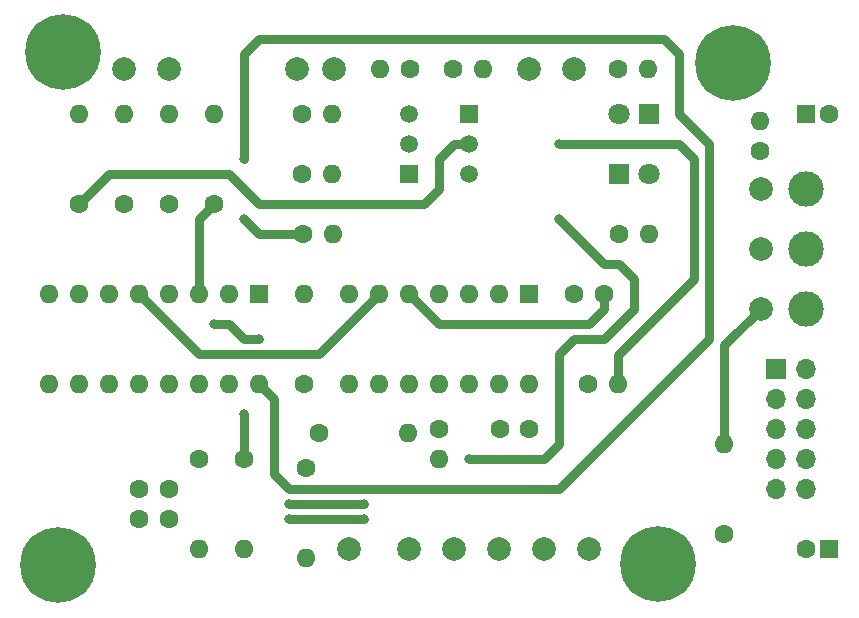
<source format=gbr>
G04 #@! TF.GenerationSoftware,KiCad,Pcbnew,(5.1.0-0)*
G04 #@! TF.CreationDate,2019-05-09T12:41:25+01:00*
G04 #@! TF.ProjectId,MS20filter,4d533230-6669-46c7-9465-722e6b696361,rev?*
G04 #@! TF.SameCoordinates,Original*
G04 #@! TF.FileFunction,Copper,L1,Top*
G04 #@! TF.FilePolarity,Positive*
%FSLAX46Y46*%
G04 Gerber Fmt 4.6, Leading zero omitted, Abs format (unit mm)*
G04 Created by KiCad (PCBNEW (5.1.0-0)) date 2019-05-09 12:41:25*
%MOMM*%
%LPD*%
G04 APERTURE LIST*
%ADD10C,6.400000*%
%ADD11C,0.800000*%
%ADD12O,1.600000X1.600000*%
%ADD13C,1.600000*%
%ADD14C,1.998980*%
%ADD15C,1.500000*%
%ADD16R,1.500000X1.500000*%
%ADD17R,1.800000X1.800000*%
%ADD18C,1.800000*%
%ADD19R,1.600000X1.600000*%
%ADD20R,1.700000X1.700000*%
%ADD21O,1.700000X1.700000*%
%ADD22C,3.000000*%
%ADD23C,0.750000*%
G04 APERTURE END LIST*
D10*
X253492000Y-32512000D03*
D11*
X255892000Y-32512000D03*
X255189056Y-34209056D03*
X253492000Y-34912000D03*
X251794944Y-34209056D03*
X251092000Y-32512000D03*
X251794944Y-30814944D03*
X253492000Y-30112000D03*
X255189056Y-30814944D03*
D12*
X255778000Y-37465000D03*
D13*
X255778000Y-40005000D03*
D10*
X247142000Y-74930000D03*
D11*
X249542000Y-74930000D03*
X248839056Y-76627056D03*
X247142000Y-77330000D03*
X245444944Y-76627056D03*
X244742000Y-74930000D03*
X245444944Y-73232944D03*
X247142000Y-72530000D03*
X248839056Y-73232944D03*
D10*
X196342000Y-75057000D03*
D11*
X198742000Y-75057000D03*
X198039056Y-76754056D03*
X196342000Y-77457000D03*
X194644944Y-76754056D03*
X193942000Y-75057000D03*
X194644944Y-73359944D03*
X196342000Y-72657000D03*
X198039056Y-73359944D03*
X198420056Y-29925944D03*
X196723000Y-29223000D03*
X195025944Y-29925944D03*
X194323000Y-31623000D03*
X195025944Y-33320056D03*
X196723000Y-34023000D03*
X198420056Y-33320056D03*
X199123000Y-31623000D03*
D10*
X196723000Y-31623000D03*
D12*
X225940000Y-63881000D03*
D13*
X218440000Y-63881000D03*
D14*
X216535000Y-33020000D03*
X241300000Y-73660000D03*
X237490000Y-73660000D03*
X201930000Y-33020000D03*
D13*
X205700000Y-71120000D03*
X203200000Y-71120000D03*
D14*
X229870000Y-73660000D03*
X233680000Y-73660000D03*
X226060000Y-73660000D03*
D13*
X198120000Y-44450000D03*
D12*
X198120000Y-36830000D03*
D13*
X217070000Y-46990000D03*
D12*
X219610000Y-46990000D03*
D13*
X208280000Y-66040000D03*
D12*
X208280000Y-73660000D03*
D13*
X212090000Y-66040000D03*
D12*
X212090000Y-73660000D03*
X217297000Y-74422000D03*
D13*
X217297000Y-66802000D03*
D14*
X205740000Y-33020000D03*
D12*
X201930000Y-36830000D03*
D13*
X201930000Y-44450000D03*
D12*
X209550000Y-36830000D03*
D13*
X209550000Y-44450000D03*
X205740000Y-44450000D03*
D12*
X205740000Y-36830000D03*
X219540000Y-41910000D03*
D13*
X217000000Y-41910000D03*
D12*
X219540000Y-36830000D03*
D13*
X217000000Y-36830000D03*
D14*
X219710000Y-33020000D03*
X236220000Y-33020000D03*
D13*
X226160000Y-33020000D03*
D12*
X223620000Y-33020000D03*
D13*
X229770000Y-33020000D03*
D12*
X232310000Y-33020000D03*
X243740000Y-59690000D03*
D13*
X241200000Y-59690000D03*
X228600000Y-63500000D03*
D12*
X228600000Y-66040000D03*
D15*
X231140000Y-39370000D03*
X231140000Y-41910000D03*
D16*
X231140000Y-36830000D03*
X226060000Y-41910000D03*
D15*
X226060000Y-36830000D03*
X226060000Y-39370000D03*
D13*
X217170000Y-59690000D03*
D12*
X217170000Y-52070000D03*
D14*
X240030000Y-33020000D03*
D13*
X243740000Y-33020000D03*
D12*
X246280000Y-33020000D03*
D17*
X246380000Y-36830000D03*
D18*
X243840000Y-36830000D03*
X246380000Y-41910000D03*
D17*
X243840000Y-41910000D03*
D12*
X246380000Y-46990000D03*
D13*
X243840000Y-46990000D03*
D14*
X220980000Y-73660000D03*
D13*
X233720000Y-63500000D03*
X236220000Y-63500000D03*
X242530000Y-52070000D03*
X240030000Y-52070000D03*
X203200000Y-68580000D03*
X205700000Y-68580000D03*
D12*
X213360000Y-59690000D03*
X195580000Y-52070000D03*
X210820000Y-59690000D03*
X198120000Y-52070000D03*
X208280000Y-59690000D03*
X200660000Y-52070000D03*
X205740000Y-59690000D03*
X203200000Y-52070000D03*
X203200000Y-59690000D03*
X205740000Y-52070000D03*
X200660000Y-59690000D03*
X208280000Y-52070000D03*
X198120000Y-59690000D03*
X210820000Y-52070000D03*
X195580000Y-59690000D03*
D19*
X213360000Y-52070000D03*
D12*
X236220000Y-59690000D03*
X220980000Y-52070000D03*
X233680000Y-59690000D03*
X223520000Y-52070000D03*
X231140000Y-59690000D03*
X226060000Y-52070000D03*
X228600000Y-59690000D03*
X228600000Y-52070000D03*
X226060000Y-59690000D03*
X231140000Y-52070000D03*
X223520000Y-59690000D03*
X233680000Y-52070000D03*
X220980000Y-59690000D03*
D19*
X236220000Y-52070000D03*
X261620000Y-73660000D03*
D13*
X259620000Y-73660000D03*
D20*
X257070000Y-58420000D03*
D21*
X259610000Y-58420000D03*
X257070000Y-60960000D03*
X259610000Y-60960000D03*
X257070000Y-63500000D03*
X259610000Y-63500000D03*
X257070000Y-66040000D03*
X259610000Y-66040000D03*
X257070000Y-68580000D03*
X259610000Y-68580000D03*
D22*
X259610000Y-53340000D03*
X259610000Y-48260000D03*
X259610000Y-43180000D03*
D14*
X255800000Y-53340000D03*
X255800000Y-48260000D03*
D13*
X261610000Y-36830000D03*
D19*
X259610000Y-36830000D03*
D12*
X252730000Y-64770000D03*
D13*
X252730000Y-72390000D03*
D14*
X255800000Y-43180000D03*
D11*
X209550000Y-54610000D03*
X213360000Y-55880000D03*
X231140000Y-66040000D03*
X238760000Y-45720000D03*
X238760000Y-39370000D03*
X212090000Y-62230000D03*
X212090000Y-45720000D03*
X212090000Y-40640000D03*
X215900000Y-69850000D03*
X215900000Y-71120000D03*
X222250000Y-69850000D03*
X222250000Y-71120000D03*
D23*
X252730000Y-56410000D02*
X255800000Y-53340000D01*
X252730000Y-64770000D02*
X252730000Y-56410000D01*
X209550000Y-54610000D02*
X210820000Y-54610000D01*
X212090000Y-55880000D02*
X213360000Y-55880000D01*
X210820000Y-54610000D02*
X212090000Y-55880000D01*
X228600000Y-54610000D02*
X226060000Y-52070000D01*
X241300000Y-54610000D02*
X228600000Y-54610000D01*
X242530000Y-53380000D02*
X241300000Y-54610000D01*
X242530000Y-52070000D02*
X242530000Y-53380000D01*
X231140000Y-66040000D02*
X237490000Y-66040000D01*
X240030000Y-46990000D02*
X238760000Y-45720000D01*
X237490000Y-66040000D02*
X238760000Y-64770000D01*
X238760000Y-64770000D02*
X238760000Y-57150000D01*
X238760000Y-57150000D02*
X240030000Y-55880000D01*
X243840000Y-49530000D02*
X242570000Y-49530000D01*
X240030000Y-55880000D02*
X242570000Y-55880000D01*
X242570000Y-55880000D02*
X245110000Y-53340000D01*
X245110000Y-53340000D02*
X245110000Y-50800000D01*
X242570000Y-49530000D02*
X240030000Y-46990000D01*
X245110000Y-50800000D02*
X243840000Y-49530000D01*
X238760000Y-45720000D02*
X238760000Y-45720000D01*
X243740000Y-59690000D02*
X243740000Y-57250000D01*
X243740000Y-57250000D02*
X250190000Y-50800000D01*
X250190000Y-50800000D02*
X250190000Y-41910000D01*
X250190000Y-41910000D02*
X250190000Y-40640000D01*
X250190000Y-40640000D02*
X248920000Y-39370000D01*
X248920000Y-39370000D02*
X238760000Y-39370000D01*
X238760000Y-39370000D02*
X238760000Y-39370000D01*
X209550000Y-44450000D02*
X208280000Y-45720000D01*
X208280000Y-45720000D02*
X208280000Y-52070000D01*
X203200000Y-52070000D02*
X208280000Y-57150000D01*
X208280000Y-57150000D02*
X218440000Y-57150000D01*
X218440000Y-57150000D02*
X223520000Y-52070000D01*
X212090000Y-62230000D02*
X212090000Y-64770000D01*
X212090000Y-64770000D02*
X212090000Y-66040000D01*
X213360000Y-59690000D02*
X214630000Y-60960000D01*
X214630000Y-60960000D02*
X214630000Y-67310000D01*
X231140000Y-39370000D02*
X229870000Y-39370000D01*
X229870000Y-39370000D02*
X228600000Y-40640000D01*
X228600000Y-40640000D02*
X228600000Y-43180000D01*
X228600000Y-43180000D02*
X227330000Y-44450000D01*
X227330000Y-44450000D02*
X213360000Y-44450000D01*
X213360000Y-44450000D02*
X210820000Y-41910000D01*
X200660000Y-41910000D02*
X198120000Y-44450000D01*
X210820000Y-41910000D02*
X200660000Y-41910000D01*
X213360000Y-46990000D02*
X212090000Y-45720000D01*
X217070000Y-46990000D02*
X213360000Y-46990000D01*
X212090000Y-40640000D02*
X212090000Y-31750000D01*
X212090000Y-31750000D02*
X213360000Y-30480000D01*
X213360000Y-30480000D02*
X247650000Y-30480000D01*
X247650000Y-30480000D02*
X248920000Y-31750000D01*
X248920000Y-31750000D02*
X248920000Y-36830000D01*
X248920000Y-36830000D02*
X251460000Y-39370000D01*
X251460000Y-39370000D02*
X251460000Y-53340000D01*
X251460000Y-53340000D02*
X251460000Y-55880000D01*
X251460000Y-55880000D02*
X238760000Y-68580000D01*
X238760000Y-68580000D02*
X215900000Y-68580000D01*
X215900000Y-68580000D02*
X214630000Y-67310000D01*
X215900000Y-69850000D02*
X222250000Y-69850000D01*
X215900000Y-71120000D02*
X222250000Y-71120000D01*
M02*

</source>
